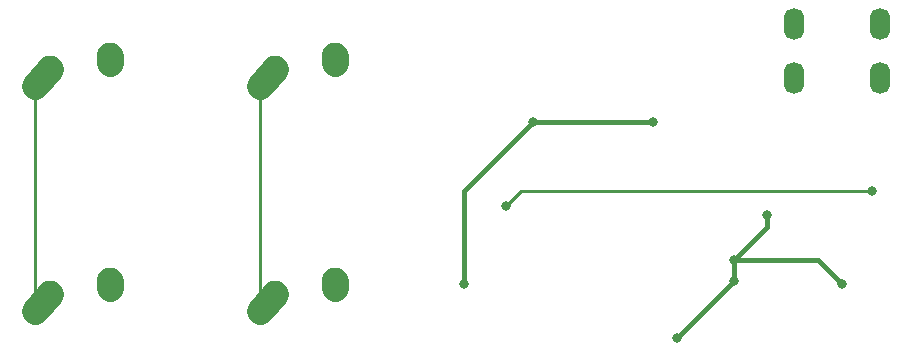
<source format=gtl>
G04 #@! TF.GenerationSoftware,KiCad,Pcbnew,(5.1.4)-1*
G04 #@! TF.CreationDate,2022-10-15T13:04:34-05:00*
G04 #@! TF.ProjectId,ai03-guide,61693033-2d67-4756-9964-652e6b696361,rev?*
G04 #@! TF.SameCoordinates,Original*
G04 #@! TF.FileFunction,Copper,L1,Top*
G04 #@! TF.FilePolarity,Positive*
%FSLAX46Y46*%
G04 Gerber Fmt 4.6, Leading zero omitted, Abs format (unit mm)*
G04 Created by KiCad (PCBNEW (5.1.4)-1) date 2022-10-15 13:04:34*
%MOMM*%
%LPD*%
G04 APERTURE LIST*
%ADD10O,1.700000X2.700000*%
%ADD11C,2.250000*%
%ADD12C,2.250000*%
%ADD13C,0.800000*%
%ADD14C,0.381000*%
%ADD15C,0.250000*%
G04 APERTURE END LIST*
D10*
X104860000Y-87250000D03*
X112160000Y-87250000D03*
X112160000Y-91750000D03*
X104860000Y-91750000D03*
D11*
X61000000Y-110046000D03*
X60345001Y-110776000D03*
D12*
X59690000Y-111506000D02*
X61000002Y-110046000D01*
D11*
X66040000Y-108966000D03*
X66020000Y-109256000D03*
D12*
X66000000Y-109546000D02*
X66040000Y-108966000D01*
D11*
X41950000Y-110046000D03*
X41295001Y-110776000D03*
D12*
X40640000Y-111506000D02*
X41950002Y-110046000D01*
D11*
X46990000Y-108966000D03*
X46970000Y-109256000D03*
D12*
X46950000Y-109546000D02*
X46990000Y-108966000D01*
D11*
X61000000Y-90996000D03*
X60345001Y-91726000D03*
D12*
X59690000Y-92456000D02*
X61000002Y-90996000D01*
D11*
X66040000Y-89916000D03*
X66020000Y-90206000D03*
D12*
X66000000Y-90496000D02*
X66040000Y-89916000D01*
D11*
X41950000Y-90985000D03*
X41295001Y-91715000D03*
D12*
X40640000Y-92445000D02*
X41950002Y-90985000D01*
D11*
X46990000Y-89905000D03*
X46970000Y-90195000D03*
D12*
X46950000Y-90485000D02*
X46990000Y-89905000D01*
D13*
X76962000Y-109220000D03*
X82804000Y-95504000D03*
X92964000Y-95504000D03*
X102616000Y-103378000D03*
X99822000Y-107188000D03*
X108966000Y-109220000D03*
X94996000Y-113792000D03*
X99822000Y-108966000D03*
X80518000Y-102616000D03*
X111506000Y-101346000D03*
D14*
X76962000Y-109220000D02*
X76962000Y-101346000D01*
X76962000Y-101346000D02*
X82804000Y-95504000D01*
X82804000Y-95504000D02*
X92964000Y-95504000D01*
X102616000Y-103378000D02*
X102616000Y-104394000D01*
X102616000Y-104394000D02*
X99822000Y-107188000D01*
X99822000Y-107188000D02*
X106934000Y-107188000D01*
X106934000Y-107188000D02*
X108966000Y-109220000D01*
X99822000Y-108966000D02*
X99822000Y-107188000D01*
X94996000Y-113792000D02*
X99822000Y-108966000D01*
D15*
X40640000Y-108736000D02*
X40640000Y-111506000D01*
X40640000Y-92445000D02*
X40640000Y-108736000D01*
X59690000Y-108736000D02*
X59690000Y-111506000D01*
X59690000Y-92456000D02*
X59690000Y-108736000D01*
X80518000Y-102616000D02*
X81788000Y-101346000D01*
X81788000Y-101346000D02*
X111506000Y-101346000D01*
M02*

</source>
